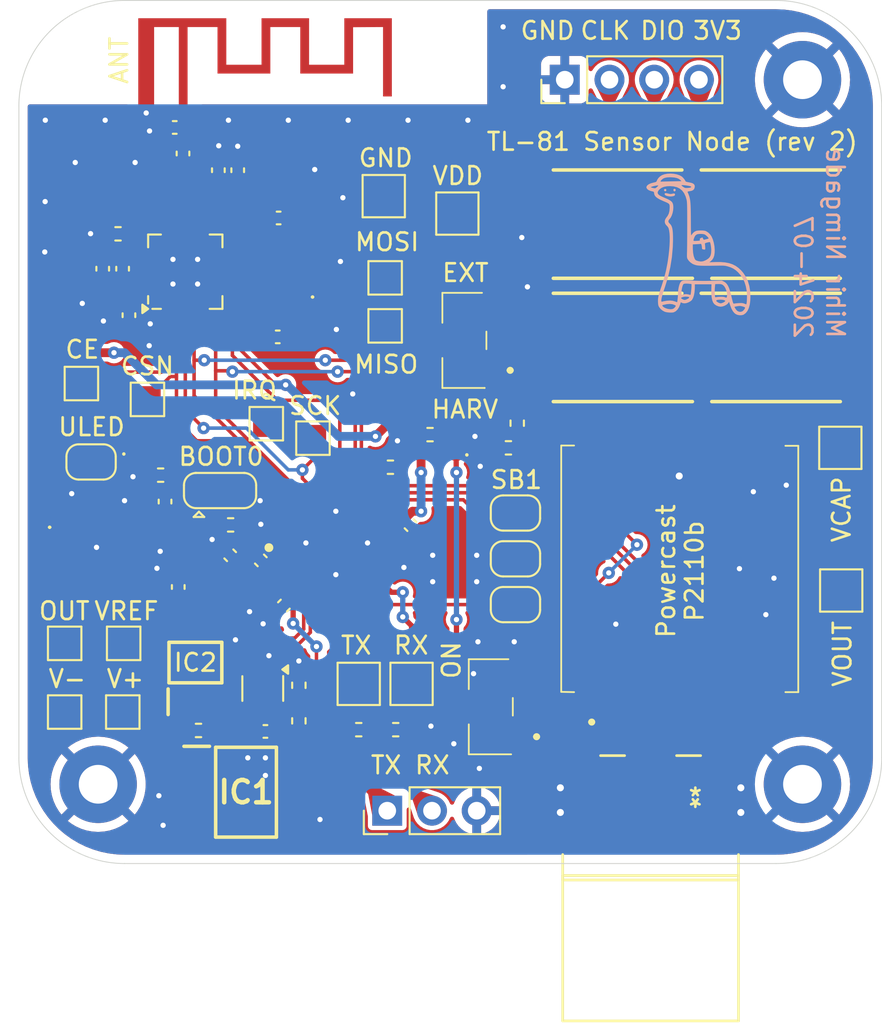
<source format=kicad_pcb>
(kicad_pcb (version 20240108) (generator "pcbnew") (generator_version "8.0")
  (layers (0 "F.Cu" signal) (31 "B.Cu" power) (34 "B.Paste" user) (35 "F.Paste" user) (36 "B.SilkS" user "B.Silkscreen") (37 "F.SilkS" user "F.Silkscreen") (38 "B.Mask" user) (39 "F.Mask" user) (44 "Edge.Cuts" user))
  (net 0 "")
  (net 1 "GND")
  (net 2 "+3.3V")
  (net 3 "/NRST")
  (net 4 "Net-(U2-DVDD)")
  (net 5 "PSENSE_PLUS")
  (net 6 "Net-(U2-XC2)")
  (net 7 "PSENSE_MINUS")
  (net 8 "Net-(D2-K)")
  (net 9 "/BOOT0")
  (net 11 "NRF_CSN")
  (net 15 "USART1_RX")
  (net 18 "Net-(U2-XC1)")
  (net 19 "Net-(C15-Pad1)")
  (net 20 "NRF_IRQ")
  (net 21 "NRF_SCK")
  (net 22 "NRF_MISO")
  (net 23 "Net-(JP5-B)")
  (net 24 "Net-(JP6-B)")
  (net 25 "SWCLK")
  (net 26 "Net-(JP9-B)")
  (net 27 "USART1_TX")
  (net 28 "/NRF_ANT")
  (net 29 "SWDIO")
  (net 30 "NRF_MOSI")
  (net 31 "VDD")
  (net 32 "Net-(U2-VDD_PA)")
  (net 33 "Net-(D1-A)")
  (net 34 "P2110B_RESET")
  (net 35 "P2110B_DOUT")
  (net 36 "P2110B_DSET")
  (net 39 "P2110B_INT")
  (net 41 "POWER_LED_EN")
  (net 42 "/RFIN")
  (net 43 "NRF_CE")
  (net 45 "Net-(D2-A)")
  (net 47 "/USER_LED")
  (net 48 "Net-(J4-Pin_1)")
  (net 49 "Net-(J4-Pin_2)")
  (net 50 "/VSET")
  (net 52 "VCAP")
  (net 53 "/P2110B_VOUT")
  (net 54 "Net-(JP2-C)")
  (net 55 "Net-(U2-ANT1)")
  (net 56 "Net-(U2-ANT2)")
  (net 57 "Net-(U2-IREF)")
  (net 58 "Net-(U4-+)")
  (net 59 "Net-(IC2-RG_2)")
  (net 60 "Net-(IC2-RG_1)")
  (net 62 "PSENSE_OUT")
  (net 63 "PSENSE_VREF")
  (footprint "TestPoint:TestPoint_Pad_2.0x2.0mm" (layer "F.Cu") (at 120.65 121.4)
    (property "Reference" "TP18" (hide yes))
    (property "Value" "~")
  )
  (footprint "Resistor_SMD:R_0402_1005Metric" (layer "F.Cu") (at 89.9 136.9 90)
    (property "Reference" "R11" (hide yes))
    (property "Value" "22k")
  )
  (footprint "Capacitor_SMD:C_0402_1005Metric" (layer "F.Cu") (at 88.7 115.1 180)
    (property "Reference" "C10" (hide yes))
    (property "Value" "10p")
  )
  (footprint "Package_TO_SOT_SMD:SOT-353_SC-70-5" (layer "F.Cu") (at 87.85 135.065 -90)
    (property "Reference" "U4" (hide yes))
    (property "Value" "TLV9001IDCK")
  )
  (footprint "libtpms:P2110B" (layer "F.Cu") (at 111.53 128.269 90)
    (property "Reference" "PS1" (hide yes))
    (property "Value" "P2110B" (hide yes))
  )
  (footprint "Jumper:SolderJumper-2_P1.3mm_Open_RoundedPad1.0x1.5mm" (layer "F.Cu") (at 102.2 130.3)
    (property "Reference" "JP9" (hide yes))
    (property "Value" "DOUT_EN")
  )
  (footprint "TestPoint:TestPoint_Pad_2.0x2.0mm" (layer "F.Cu") (at 94.72 107.11)
    (property "Reference" "TP17" (hide yes))
    (property "Value" "~")
  )
  (footprint "TestPoint:TestPoint_Pad_1.5x1.5mm" (layer "F.Cu") (at 76.6 136.4)
    (property "Reference" "TP11" (hide yes))
    (property "Value" "~")
  )
  (footprint "Resistor_SMD:R_0402_1005Metric" (layer "F.Cu") (at 84.2 137.445 180)
    (property "Reference" "R13" (hide yes))
    (property "Value" "49.9k")
  )
  (footprint "TestPoint:TestPoint_Pad_1.5x1.5mm" (layer "F.Cu") (at 88.05 120.03)
    (property "Reference" "TP1" (hide yes))
    (property "Value" "~")
  )
  (footprint "Capacitor_SMD:C_0402_1005Metric" (layer "F.Cu") (at 96.24 125.79 -45)
    (property "Reference" "C4" (hide yes))
    (property "Value" "100n")
  )
  (footprint "Resistor_SMD:R_0402_1005Metric" (layer "F.Cu") (at 82.05 122.95 180)
    (property "Reference" "R5" (hide yes))
    (property "Value" "470R")
  )
  (footprint "Capacitor_SMD:C_0402_1005Metric" (layer "F.Cu") (at 80.25 113.87 -90)
    (property "Reference" "C9" (hide yes))
    (property "Value" "33n")
  )
  (footprint "Resistor_SMD:R_0402_1005Metric" (layer "F.Cu") (at 89.9 134.88 90)
    (property "Reference" "R14" (hide yes))
    (property "Value" "22k")
  )
  (footprint "libtpms:QFN50P500X500X60-33N-D" (layer "F.Cu") (at 92 126.8 45)
    (property "Reference" "U1" (hide yes))
    (property "Value" "STM32U031K8U6" (hide yes))
  )
  (footprint "Capacitor_SMD:C_0402_1005Metric" (layer "F.Cu") (at 78.76 111.23 90)
    (property "Reference" "C14" (hide yes))
    (property "Value" "10n")
  )
  (footprint "Capacitor_SMD:C_0402_1005Metric" (layer "F.Cu") (at 89.05 130.35 -135)
    (property "Reference" "C2" (hide yes))
    (property "Value" "100n")
  )
  (footprint "Capacitor_SMD:C_0402_1005Metric" (layer "F.Cu") (at 87.74 127.79 135)
    (property "Reference" "C3" (hide yes))
    (property "Value" "100n")
  )
  (footprint "libtpms:TS2134035BK160SMTTR" (layer "F.Cu") (at 78.46 126.91)
    (property "Reference" "S4" (hide yes))
    (property "Value" "Pushbutton switch" (hide yes))
  )
  (footprint "Package_DFN_QFN:QFN-20-1EP_4x4mm_P0.5mm_EP2.5x2.5mm" (layer "F.Cu") (at 83.45 111.4 90)
    (property "Reference" "U2" (hide yes))
    (property "Value" "nRF24L01P")
  )
  (footprint "Capacitor_SMD:C_0402_1005Metric" (layer "F.Cu") (at 88 137.5 180)
    (property "Reference" "C23" (hide yes))
    (property "Value" "100n")
  )
  (footprint "Capacitor_SMD:C_0402_1005Metric" (layer "F.Cu") (at 83.05 129.3 90)
    (property "Reference" "C24" (hide yes))
    (property "Value" "100n")
  )
  (footprint "Jumper:SolderJumper-2_P1.3mm_Open_RoundedPad1.0x1.5mm" (layer "F.Cu") (at 102.2 125.1)
    (property "Reference" "JP5" (hide yes))
    (property "Value" "INT_EN")
  )
  (footprint "Resistor_SMD:R_0402_1005Metric" (layer "F.Cu") (at 86.025 125.775 180)
    (property "Reference" "R1" (hide yes))
    (property "Value" "100k")
  )
  (footprint "TestPoint:TestPoint_Pad_1.5x1.5mm" (layer "F.Cu") (at 81.3 118.65)
    (property "Reference" "TP6" (hide yes))
    (property "Value" "~")
  )
  (footprint "TestPoint:TestPoint_Pad_1.5x1.5mm" (layer "F.Cu") (at 76.6 132.5)
    (property "Reference" "TP9" (hide yes))
    (property "Value" "~")
  )
  (footprint "TestPoint:TestPoint_Pad_1.5x1.5mm" (layer "F.Cu") (at 94.8 114.475)
    (property "Reference" "TP3" (hide yes))
    (property "Value" "~")
  )
  (footprint "LED_SMD:LED_0402_1005Metric" (layer "F.Cu") (at 98.35 121.8 180)
    (property "Reference" "D1" (hide yes))
    (property "Value" "LED")
  )
  (footprint "libtpms:SOP65P490X110-8N" (layer "F.Cu") (at 84.025 133.59 90)
    (property "Reference" "IC2")
    (property "Value" "AD8226ARMZ" (hide yes))
  )
  (footprint "Resistor_SMD:R_0402_1005Metric" (layer "F.Cu") (at 101.8 121.4)
    (property "Reference" "R2" (hide yes))
    (property "Value" "?")
  )
  (footprint "TestPoint:TestPoint_Pad_1.5x1.5mm" (layer "F.Cu") (at 79.95 132.5)
    (property "Reference" "TP12" (hide yes))
    (property "Value" "~")
  )
  (footprint "libtpms:830064296" (layer "F.Cu") (at 88.8275 111.7375 90)
    (property "Reference" "Y1" (hide yes))
    (property "Value" "Crystal_16MHz" (hide yes))
  )
  (footprint "TestPoint:TestPoint_Pad_1.5x1.5mm" (layer "F.Cu") (at 77.55 117.75)
    (property "Reference" "TP5" (hide yes))
    (property "Value" "~")
  )
  (footprint "Resistor_SMD:R_0402_1005Metric" (layer "F.Cu") (at 97.35 120.65)
    (property "Reference" "R4" (hide yes))
    (property "Value" "470R")
  )
  (footprint "libtpms:TI_2G4_Inv_F_Antenna_1" (layer "F.Cu") (at 80.78 97.01)
    (property "Reference" "AE2" (hide yes))
    (property "Value" "PCB Antenna")
  )
  (footprint "Resistor_SMD:R_0402_1005Metric" (layer "F.Cu") (at 79.63 109.25 180)
    (property "Reference" "R8" (hide yes))
    (property "Value" "22k")
  )
  (footprint "Capacitor_SMD:C_0402_1005Metric" (layer "F.Cu") (at 88.75 108.35)
    (property "Reference" "C12" (hide yes))
    (property "Value" "10p")
  )
  (footprint "Inductor_SMD:L_0402_1005Metric" (layer "F.Cu") (at 83.3275 106.6375 90)
    (property "Reference" "L3" (hide yes))
    (property "Value" "3.9nH")
  )
  (footprint "LED_SMD:LED_0402_1005Metric" (layer "F.Cu") (at 81.05 121.75)
    (property "Reference" "D2" (hide yes))
    (property "Value" "LED")
  )
  (footprint "TestPoint:TestPoint_Pad_2.0x2.0mm" (layer "F.Cu") (at 120.7 129.5)
    (property "Reference" "TP16" (hide yes))
    (property "Value" "~")
  )
  (footprint "libtpms:CAPPM7362X375N" (layer "F.Cu") (at 117 115.7)
    (property "Reference" "C8" (hide yes))
    (property "Value" "C_Polarized" (hide yes))
  )
  (footprint "Jumper:SolderJumper-2_P1.3mm_Open_RoundedPad1.0x1.5mm" (layer "F.Cu") (at 102.2 127.7)
    (property "Reference" "JP6" (hide yes))
    (property "Value" "DSET_EN")
  )
  (footprint "Inductor_SMD:L_0402_1005Metric" (layer "F.Cu") (at 84.8275 107.1375)
    (property "Reference" "L2" (hide yes))
    (property "Value" "2.7nH")
  )
  (footprint "Resistor_SMD:R_0402_1005Metric" (layer "F.Cu") (at 102.3 120 -90)
    (property "Reference" "R3" (hide yes))
    (property "Value" "4.3M")
  )
  (footprint "TestPoint:TestPoint_Pad_2.0x2.0mm" (layer "F.Cu") (at 96.3 134.8 -90)
    (property "Reference" "TP14" (hide yes))
    (property "Value" "~")
  )
  (footprint "Capacitor_SMD:C_0402_1005Metric" (layer "F.Cu") (at 86.4275 105.6375 90)
    (property "Reference" "C18" (hide yes))
    (property "Value" "4.7pF")
  )
  (footprint "Connector_PinHeader_2.54mm:PinHeader_1x04_P2.54mm_Vertical" (layer "F.Cu") (at 105 100.5 90)
    (property "Reference" "J2" (hide yes))
    (property "Value" "DEBUG_CONN")
  )
  (footprint "Resistor_SMD:R_0402_1005Metric" (layer "F.Cu") (at 95.1 122.5)
    (property "Reference" "R10" (hide yes))
    (property "Value" "1k")
  )
  (footprint "libtpms:CAPPM7362X375N" (layer "F.Cu") (at 108 115.7 180)
    (property "Reference" "C6" (hide yes))
    (property "Value" "C_Polarized" (hide yes))
  )
  (footprint "Resistor_SMD:R_0402_1005Metric" (layer "F.Cu") (at 93.3 137.4 180)
    (property "Reference" "R6" (hide yes))
    (property "Value" "220R")
  )
  (footprint "libtpms:CAPPM7362X375N" (layer "F.Cu") (at 108 108.7 180)
    (property "Reference" "C5" (hide yes))
    (property "Value" "C_Polarized" (hide yes))
  )
  (footprint "TestPoint:TestPoint_Pad_1.5x1.5mm" (layer "F.Cu") (at 90.7 120.85)
    (property "Reference" "TP2" (hide yes))
    (property "Value" "~")
  )
  (footprint "Capacitor_SMD:C_0402_1005Metric" (layer "F.Cu") (at 85.3275 105.6375 -90)
    (property "Reference" "C17" (hide yes))
    (property "Value" "2.2nF")
  )
  (footprint "Capacitor_SMD:C_0402_1005Metric" (layer "F.Cu") (at 83.32 104.69 90)
    (property "Reference" "C15" (hide yes))
    (property "Value" "1.5pF")
  )
  (footprint "MountingHole:MountingHole_2.2mm_M2_Pad" (layer "F.Cu") (at 118.5 100.5)
    (property "Reference" "H3" (hide yes))
    (property "Value" "MountingHole" (hide yes))
  )
  (footprint "Capacitor_SMD:C_0402_1005Metric" (layer "F.Cu") (at 82.3 124.45 90)
    (property "Reference" "C22" (hide yes))
    (property "Value" "100n")
  )
  (footprint "TestPoint:TestPoint_Pad_1.5x1.5mm" (layer "F.Cu") (at 94.8 111.75)
    (property "Reference" "TP4" (hide yes))
    (property "Value" "~")
  )
  (footprint "MountingHole:MountingHole_2.2mm_M2_Pad" (layer "F.Cu") (at 118.5 140.5)
    (property "Reference" "H4" (hide yes))
    (property "Value" "MountingHole" (hide yes))
  )
  (footprint "libtpms:CONN_73251-1150_MOL" (layer "F.Cu") (at 109.875 142.404 180)
    (property "Reference" "J3" (hide yes))
    (property "Value" "SMA EDGE CONN")
  )
  (footprint "libtpms:CAPPM7362X375N" (layer "F.Cu") (at 117 108.7)
    (property "Reference" "C1" (hide yes))
    (property "Value" "C_Polarized" (hide yes))
  )
  (footprint "Capacitor_SMD:C_0402_1005Metric" (layer "F.Cu") (at 86 127.5 135)
    (property "Reference" "C7" (hide yes))
    (property "Value" "10u")
  )
  (footprint "Jumper:SolderJumper-3_P1.3mm_Open_RoundedPad1.0x1.5mm" (layer "F.Cu") (at 85.425 123.825)
    (property "Reference" "JP2" (hide yes))
    (property "Value" "BOOT_SEL")
  )
  (footprint "TestPoint:TestPoint_Pad_1.5x1.5mm" (layer "F.Cu") (at 79.9 136.4)
    (property "Reference" "TP10" (hide yes))
    (property "Value" "~")
  )
  (footprint "Connector_PinHeader_2.54mm:PinHeader_1x03_P2.54mm_Vertical" (layer "F.Cu") (at 94.92 142 90)
    (property "Reference" "J4" (hide yes))
    (property "Value" "UART_CONN")
  )
  (footprint "Capacitor_SMD:C_0402_1005Metric" (layer "F.Cu") (at 79.89 111.23 90)
    (property "Reference" "C13" (hide yes))
    (property "Value" "1n")
  )
  (footprint "TestPoint:TestPoint_Pad_2.0x2.0mm" (layer "F.Cu") (at 93.3 134.8 -90)
    (property "Reference" "TP13" (hide yes))
    (property "Value" "~")
  )
  (footprint "libtpms:CAS120A1" (layer "F.Cu") (at 100.8 136.1 90)
    (property "Reference" "S1" (hide yes))
    (property "Value" "CAS-120A1" (hide yes))
  )
  (footprint "MountingHole:MountingHole_2.2mm_M2_Pad" (layer "F.Cu") (at 78.5 140.5)
    (property "Reference" "H2" (hide yes))
    (property "Value" "MountingHole" (hide yes))
  )
  (footprint "TestPoint:TestPoint_Pad_2.0x2.0mm" (layer "F.Cu") (at 98.9 108.1)
    (property "Reference" "TP15" (hide yes))
    (property "Value" "~")
  )
  (footprint "libtpms:SOIC127P610X280-8N" (layer "F.Cu") (at 86.9 140.95)
    (property "Reference" "IC1")
    (property "Value" "NPP-301A-700AT" (hide yes))
  )
  (footprint "libtpms:CAS120A1" (layer "F.Cu") (at 99.3 115.3 90)
    (property "Reference" "S5" (hide yes))
    (property "Value" "CAS-120A1" (hide yes))
  )
  (footprint "Inductor_SMD:L_0402_1005Metric" (layer "F.Cu") (at 83.8275 108.19)
    (property "Reference" "L1" (hide yes))
    (property "Value" "8.2nH")
  )
  (footprint "Capacitor_SMD:C_0402_1005Metric" (layer "F.Cu") (at 82.85 103.21 180)
    (property "Reference" "C16" (hide yes))
    (property "Value" "1.0pF")
  )
  (footprint "Jumper:SolderJumper-2_P1.3mm_Open_RoundedPad1.0x1.5mm" (layer "F.Cu") (at 78.1 122.2)
    (property "Reference" "JP1" (hide yes))
    (property "Value" "USER_LED_EN")
  )
  (footprint "Resistor_SMD:R_0402_1005Metric" (layer "F.Cu") (at 95.4 137.4 180)
    (property "Reference" "R7" (hide yes))
    (property "Value" "220R")
  )
  (footprint "LOGO" (layer "B.Cu") (at 112.6 109.85 180)
    (property "Reference" "G***" (hide yes))
    (property "Value" "LOGO" (hide yes))
  )
  (gr_arc (start 117 96) (mid 121.242641 97.757359) (end 123 102) (stroke (width 0.05)) (layer "Edge.Cuts"))
  (gr_arc (start 122.999999 138.999999) (mid 121.24264 143.24264) (end 116.999999 144.999999) (stroke (width 0.05)) (layer "Edge.Cuts"))
  (gr_line (start 116.999999 144.999999) (end 80 145) (stroke (width 0.05)) (layer "Edge.Cuts"))
  (gr_line (start 117 96) (end 80.000001 96.000001) (stroke (width 0.05)) (layer "Edge.Cuts"))
  (gr_line (start 123 102) (end 122.999999 138.999999) (stroke (width 0.05)) (layer "Edge.Cuts"))
  (gr_line (start 74 138.999999) (end 74 102.000001) (stroke (width 0.05)) (layer "Edge.Cuts"))
  (gr_arc (start 80.000001 144.999999) (mid 75.75736 143.24264) (end 74.000001 138.999999) (stroke (width 0.05)) (layer "Edge.Cuts"))
  (gr_arc (start 74.000001 102.000001) (mid 75.75736 97.75736) (end 80.000001 96.000001) (stroke (width 0.05)) (layer "Edge.Cuts"))
  (gr_text "2024-07" (at 117.9365 115.269522 -90) (layer "B.SilkS") (effects (font (size 1 1) (thickness 0.15) (bold yes)) (justify left bottom mirror)))
  (gr_text "Mihir Nimgade" (at 119.7765 115.269522 -90) (layer "B.SilkS") (effects (font (size 1 1) (thickness 0.15) (bold yes)) (justify left bottom mirror)))
  (gr_text "MOSI" (at 93 110.3 0) (layer "F.SilkS") (effects (font (size 1 1)) (justify left bottom)))
  (gr_text "TX" (at 93.9 140 0) (layer "F.SilkS") (effects (font (size 1 1)) (justify left bottom)))
  (gr_text "RX" (at 95.2 133.2 0) (layer "F.SilkS") (effects (font (size 1 1) (thickness 0.15) (bold yes)) (justify left bottom)))
  (gr_text "DIO" (at 109.2 98.3 0) (layer "F.SilkS") (effects (font (size 1 1) (thickness 0.15) (bold yes)) (justify left bottom)))
  (gr_text "SCK" (at 89.25 119.6 0) (layer "F.SilkS") (effects (font (size 1 1) (thickness 0.15) (bold yes)) (justify left bottom)))
  (gr_text "V-" (at 75.6 135.1 0) (layer "F.SilkS") (effects (font (size 1 1) (thickness 0.15) (bold yes)) (justify left bottom)))
  (gr_text "VOUT" (at 121.35 135.05 90) (layer "F.SilkS") (effects (font (size 1 1) (thickness 0.15) (bold yes)) (justify left bottom)))
  (gr_text "TX" (at 92.2 133.2 0) (layer "F.SilkS") (effects (font (size 1 1) (thickness 0.15) (bold yes)) (justify left bottom)))
  (gr_text "3V3" (at 112.2 98.3 0) (layer "F.SilkS") (effects (font (size 1 1) (thickness 0.15) (bold yes)) (justify left bottom)))
  (gr_text "EXT" (at 97.95 112.05 0) (layer "F.SilkS") (effects (font (size 1 1)) (justify left bottom)))
  (gr_text "RX" (at 96.4 140 0) (layer "F.SilkS") (effects (font (size 1 1)) (justify left bottom)))
  (gr_text "VCAP" (at 121.3 126.85 90) (layer "F.SilkS") (effects (font (size 1 1) (thickness 0.15) (bold yes)) (justify left bottom)))
  (gr_text "CSN" (at 79.7 117.35 0) (layer "F.SilkS") (effects (font (size 1 1) (thickness 0.15) (bold yes)) (justify left bottom)))
  (gr_text "ON" (at 99.15 134.6 90) (layer "F.SilkS") (effects (font (size 1 1)) (justify left bottom)))
  (gr_text "OUT" (at 75.05 131.25 0) (layer "F.SilkS") (effects (font (size 1 1) (thickness 0.15) (bold yes)) (justify left bottom)))
  (gr_text "CE" (at 76.55 116.4 0) (layer "F.SilkS") (effects (font (size 1 1) (thickness 0.15) (bold yes)) (justify left bottom)))
  (gr_text "IRQ" (at 86.02 118.72 0) (layer "F.SilkS") (effects (font (size 1 1) (thickness 0.15) (bold yes)) (justify left bottom)))
  (gr_text "GND" (at 93.21 105.53 0) (layer "F.SilkS") (effects (font (size 1 1)) (justify left bottom)))
  (gr_text "ULED" (at 76.15 120.8 0) (layer "F.SilkS") (effects (font (size 1 1)) (justify left bottom)))
  (gr_text "CLK" (at 105.8 98.3 0) (layer "F.SilkS") (effects (font (size 1 1) (thickness 0.15) (bold yes)) (justify left bottom)))
  (gr_text "MISO" (at 92.95 117.25 0) (layer "F.SilkS") (effects (font (size 1 1)) (justify left bottom)))
  (gr_text "V+" (at 78.9 135.1 0) (layer "F.SilkS") (effects (font (size 1 1) (thickness 0.15) (bold yes)) (justify left bottom)))
  (gr_text "TL-81 Sensor Node (rev 2)" (at 111.1 104.6 0) (layer "F.SilkS") (effects (font (size 1 1) (thickness 0.15) (bold yes)) (justify bottom)))
  (gr_text "SB1" (at 100.7 123.8 0) (layer "F.SilkS") (effects (font (size 1 1) (thickness 0.15) (bold yes)) (justify left bottom)))
  (gr_text "BOOT0" (at 82.98 122.48 0) (layer "F.SilkS") (effects (font (size 1 1) (thickness 0.15) (bold yes)) (justify left bottom)))
  (gr_text "VREF" (at 78.2 131.25 0) (layer "F.SilkS") (effects (font (size 1 1) (thickness 0.15) (bold yes)) (justify left bottom)))
  (gr_text "Powercast\nP2110b" (at 112.95 128.4 90) (layer "F.SilkS") (effects (font (size 1 1) (thickness 0.15) (bold yes)) (justify bottom)))
  (gr_text "ANT" (at 80.275 100.825 90) (layer "F.SilkS") (effects (font (size 1 1)) (justify left bottom)))
  (gr_text "VDD" (at 97.4 106.54 0) (layer "F.SilkS") (effects (font (size 1 1)) (justify left bottom)))
  (gr_text "GND" (at 102.4 98.3 0) (layer "F.SilkS") (effects (font (size 1 1) (thickness 0.15) (bold yes)) (justify left bottom)))
  (gr_text "HARV" (at 97.35 119.8 0) (layer "F.SilkS") (effects (font (size 1 1)) (justify left bottom)))
  (segment (start 89.9 134.37) (end 89.9 133.5) (width 0.5) (layer "F.Cu") (net 1))
  (segment (start 85.3275 105.1575) (end 85.3275 104.2725) (width 0.2) (layer "F.Cu") (net 1))
  (segment (start 86.725 123.825) (end 87.125 123.825) (width 0.5) (layer "F.Cu") (net 1))
  (segment (start 87.975 125.975) (end 88.700127 125.975) (width 0.2) (layer "F.Cu") (net 1))
  (segment (start 87.85 133.55) (end 88.2 133.2) (width 0.2) (layer "F.Cu") (net 1))
  (segment (start 90.745 142.855) (end 89.7 142.855) (width 0.5) (layer "F.Cu") (net 1))
  (segment (start 82.95 109.4625) (end 82.95 110.95) (width 0.2) (layer "F.Cu") (net 1))
  (segment (start 82.6 112.4) (end 83 112) (width 0.2) (layer "F.Cu") (net 1))
  (segment (start 85.10288 126.60288) (end 85.660589 127.160589) (width 0.5) (layer "F.Cu") (net 1))
  (segment (start 86.3 132.3) (end 85.365 131.365) (width 0.3) (layer "F.Cu") (net 1))
  (segment (start 86.4275 105.1575) (end 86.4275 104.2775) (width 0.2) (layer "F.Cu") (net 1))
  (segment (start 87.125 123.825) (end 87.7 124.4) (width 0.5) (layer "F.Cu") (net 1))
  (segment (start 85.3275 104.2725) (end 85.35 104.25) (width 0.2) (layer "F.Cu") (net 1))
  (segment (start 87.85 134.115) (end 87.85 133.55) (width 0.2) (layer "F.Cu") (net 1))
  (segment (start 81.42 103.41) (end 81.77 103.06) (width 0.2) (layer "F.Cu") (net 1))
  (segment (start 78.07 110.13) (end 78.07 109.24) (width 0.5) (layer "F.Cu") (net 1))
  (segment (start 111.5 121.314) (end 111.5 123) (width 0.5) (layer "F.Cu") (net 1))
  (segment (start 82.95 110.95) (end 83 111) (width 0.2) (layer "F.Cu") (net 1))
  (segment (start 81.46 112.4525) (end 81.5125 112.4) (width 0.3) (layer "F.Cu") (net 1))
  (segment (start 81.5125 112.4) (end 82.6 112.4) (width 0.2) (layer "F.Cu") (net 1))
  (segment (start 88.700127 125.975) (end 89.030152 126.305025) (width 0.2) (layer "F.Cu") (net 1))
  (segment (start 81.77 103.06) (end 82.22 103.06) (width 0.2) (layer "F.Cu") (net 1))
  (segment (start 78.76 110.75) (end 78.69 110.75) (width 0.5) (layer "F.Cu") (net 1))
  (segment (start 84.97212 126.60288) (end 85.10288 126.60288) (width 0.2) (layer "F.Cu") (net 1))
  (segment (start 81.46 114.36) (end 81.46 112.4525) (width 0.3) (layer "F.Cu") (net 1))
  (segment (start 83.45 111.4) (end 85.3875 111.4) (width 0.2) (layer "F.Cu") (net 1))
  (segment (start 91.1 142.5) (end 90.745 142.855) (width 0.5) (layer "F.Cu") (net 1))
  (segment (start 81.5125 110.9) (end 82.9 110.9) (width 0.2) (layer "F.Cu") (net 1))
  (segment (start 78.69 110.75) (end 78.07 110.13) (width 0.5) (layer "F.Cu") (net 1))
  (segment (start 85.365 131.365) (end 85 131.365) (width 0.3) (layer "F.Cu") (net 1))
  (segment (start 82.9 110.9) (end 83 111) (width 0.2) (layer "F.Cu") (net 1))
  (segment (start 95.864873 128.19) (end 94.969848 127.294975) (width 0.2) (layer "F.Cu") (net 1))
  (segment (start 111.53 121.284) (end 111.5 121.314) (width 0.5) (layer "F.Cu") (net 1))
  (segment (start 87.74 125.74) (end 87.975 125.975) (width 0.2) (layer "F.Cu") (net 1))
  (segment (start 82.22 103.06) (end 82.37 103.21) (width 0.2) (layer "F.Cu") (net 1))
  (via (at 86.3 132.3) (size 0.7) (drill 0.3) (layers "F.Cu" "B.Cu") (net 1))
  (via (at 92.4 107.2) (size 0.7) (drill 0.3) (layers "F.Cu" "B.Cu") (net 1))
  (via (at 82.75 110.7) (size 0.7) (drill 0.3) (layers "F.Cu" "B.Cu") (net 1))
  (via (at 80.6 105.2) (size 0.7) (drill 0.3) (layers "F.Cu" "B.Cu") (net 1))
  (via (at 85.35 104.25) (size 0.7) (drill 0.3) (layers "F.Cu" "B.Cu") (net 1))
  (via (at 97.4 137.2) (size 0.7) (drill 0.3) (layers "F.Cu" "B.Cu") (net 1))
  (via (at 82.19 142.83) (size 0.7) (drill 0.3) (layers "F.Cu" "B.Cu") (net 1))
  (via (at 89.3 102.8) (size 0.7) (drill 0.3) (layers "F.Cu" "B.Cu") (net 1))
  (via (at 116.88 128.8) (size 0.7) (drill 0.3) (layers "F.Cu" "B.Cu") (net 1))
  (via (at 80 124.4) (size 0.7) (drill 0.3) (layers "F.Cu" "B.Cu") (net 1))
  (via (at 84.15 112.1) (size 0.7) (drill 0.3) (layers "F.Cu" "B.Cu") (net 1))
  (via (at 87.1 130.7) (size 0.7) (drill 0.3) (layers "F.Cu" "B.Cu") (net 1))
  (via (at 88.2 133.2) (size 0.7) (drill 0.3) (layers "F.Cu" "B.Cu") (net 1))
  (via (at 100.07 132.41) (size 0.7) (drill 0.3) (layers "F.Cu" "B.Cu") (net 1))
  (via (at 117.58 123.52) (size 0.7) (drill 0.3) (layers "F.Cu" "B.Cu") (net 1))
  (via (at 100.15 139.6) (size 0.7) (drill 0.3) (layers "F.Cu" "B.Cu") (net 1))
  (via (at 88 140) (size 0.7) (drill 0.3) (layers "F.Cu" "B.Cu") (net 1))
  (via (at 98.7 138.2) (size 0.7) (drill 0.3) (layers "F.Cu" "B.Cu") (net 1))
  (via (at 81.4 115.6) (size 0.7) (drill 0.3) (layers "F.Cu" "B.Cu") (net 1))
  (via (at 102.88 112.26) (size 0.7) (drill 0.3) (layers "F.Cu" "B.Cu") (net 1))
  (via (at 78.9 102.8) (size 0.7) (drill 0.3) (layers "F.Cu" "B.Cu") (net 1))
  (via (at 81.46 114.36) (size 0.7) (drill 0.3) (layers "F.Cu" "B.Cu") (net 1))
  (via (at 81.95 141.15) (size 0.7) (drill 0.3) (layers "F.Cu" "B.Cu") (net 1))
  (via (at 92.26 110.82) (size 0.7) (drill 0.3) (layers "F.Cu" "B.Cu") (net 1))
  (via (at 84.15 110.7) (size 0.7) (drill 0.3) (layers "F.Cu" "B.Cu") (net 1))
  (via (at 104.75 140.7) (size 0.9) (drill 0.4) (layers "F.Cu" "B.Cu") (net 1))
  (via (at 115.71 123.89) (size 0.7) (drill 0.3) (layers "F.Cu" "B.Cu") (net 1))
  (via (at 85.9 102.8) (size 0.7) (drill 0.3) (layers "F.Cu" "B.Cu") (net 1))
  (via (at 78.41 127.05) (size 0.7) (drill 0.3) (layers "F.Cu" "B.Cu") (net 1))
  (via (at 77 124) (size 0.7) (drill 0.3) (layers "F.Cu" "B.Cu") (net 1))
  (via (at 75.49 107.42) (size 0.7) (drill 0.3) (layers "F.Cu" "B.Cu") (net 1))
  (via (at 81.42 103.41) (size 0.7) (drill 0.3) (layers "F.Cu" "B.Cu") (net 1))
  (via (at 84.97212 126.60288) (size 0.7) (drill 0.3) (layers "F.Cu" "B.Cu") (net 1))
  (via (at 87.74 125.74) (size 0.7) (drill 0.3) (layers "F.Cu" "B.Cu") (net 1))
  (via (at 93.8 126.8) (size 0.7) (drill 0.3) (layers "F.Cu" "B.Cu") (net 1))
  (via (at 95.5 121) (size 0.7) (drill 0.3) (layers "F.Cu" "B.Cu") (net 1))
  (via (at 80.48 123.04) (size 0.7) (drill 0.3) (layers "F.Cu" "B.Cu") (net 1))
  (via (at 92 128.6) (size 0.7) (drill 0.3) (layers "F.Cu" "B.Cu") (net 1))
  (via (at 90.3 126.8) (size 0.7) (drill 0.3) (layers "F.Cu" "B.Cu") (net 1))
  (via (at 92.03 114.68) (size 0.7) (drill 0.3) (layers "F.Cu" "B.Cu") (net 1))
  (via (at 87.87 131.39) (size 0.7) (drill 0.3) (layers "F.Cu" "B.Cu") (net 1))
  (via (at 88 139) (size 0.7) (drill 0.3) (layers "F.Cu" "B.Cu") (net 1))
  (via (at 82.025 127.275) (size 0.7) (drill 0.3) (layers "F.Cu" "B.Cu") (net 1))
  (via (at 104.75 142.1) (size 0.9) (drill 0.4) (layers "F.Cu" "B.Cu") (net 1))
  (via (at 92.7 102.8) (size 0.7) (drill 0.3) (layers "F.Cu" "B.Cu") (net 1))
  (via (at 100 129) (size 0.7) (drill 0.3) (layers "F.Cu" "B.Cu") (net 1))
  (via (at 116.42 130.87) (size 0.7) (drill 0.3) (layers "F.Cu" "B.Cu") (net 1))
  (via (at 115 142.1) (size 0.9) (drill 0.4) (layers "F.Cu" "B.Cu") (net 1))
  (via (at 99.9 120.75) (size 0.7) (drill 0.3) (layers "F.Cu" "B.Cu") (net 1))
  (via (at 96.1 102.8) (size 0.7) (drill 0.3) (layers "F.Cu" "B.Cu") (net 1))
  (via (at 77.2 105.2) (size 0.7) (drill 0.3) (layers "F.Cu" "B.Cu") (net 1))
  (via (at 99.82 134.22) (size 0.7) (drill 0.3) (layers "F.Cu" "B.Cu") (net 1))
  (via (at 102.56 109.46) (size 0.7) (drill 0.3) (layers "F.Cu" "B.Cu") (net 1))
  (via (at 95.864873 128.19) (size 0.7) (drill 0.3) (layers "F.Cu" "B.Cu") (net 1))
  (via (at 111.5 123) (size 0.9) (drill 0.4) (layers "F.Cu" "B.Cu") (net 1))
  (via (at 92.96 118.34) (size 0.7) (drill 0.3) (layers "F.Cu" "B.Cu") (net 1))
  (via (at 91.1 142.5) (size 0.7) (drill 0.3) (layers "F.Cu" "B.Cu") (net 1))
  (via (at 90.8 105.6) (size 0.7) (drill 0.3) (layers "F.Cu" "B.Cu") (net 1))
  (via (at 100.2 122.45) (size 0.7) (drill 0.3) (layers "F.Cu" "B.Cu") (net 1))
  (via (at 82.75 112.1) (size 0.7) (drill 0.3) (layers "F.Cu" "B.Cu") (net 1))
  (via (at 81.84 128.24) (size 0.7) (drill 0.3) (layers "F.Cu" "B.Cu") (net 1))
  (via (at 97.5 127.5) (size 0.7) (drill 0.3) (layers "F.Cu" "B.Cu") (net 1))
  (via (at 100 127.5) (size 0.7) (drill 0.3) (layers "F.Cu" "B.Cu") (net 1))
  (via (at 78.8 114.2) (size 0.7) (drill 0.3) (layers "F.Cu" "B.Cu") (net 1))
  (via (at 75.47 110.28) (size 0.7) (drill 0.3) (layers "F.Cu" "B.Cu") (net 1))
  (via (at 86.4275 104.2775) (size 0.7) (drill 0.3) (layers "F.Cu" "B.Cu") (net 1))
  (via (at 102.13 132.41) (size 0.7) (drill 0.3) (layers "F.Cu" "B.Cu") (net 1))
  (via (at 107.9 131.41) (size 0.7) (drill 0.3) (layers "F.Cu" "B.Cu") (net 1))
  (via (at 87.7 124.4) (size 0.7) (drill 0.3) (layers "F.Cu" "B.Cu") (net 1))
  (via (at 87 139) (size 0.7) (drill 0.3) (layers "F.Cu" "B.Cu") (net 1))
  (via (at 81.23 102.39) (size 0.7) (drill 0.3) (layers "F.Cu" "B.Cu") (net 1))
  (via (at 92 125) (size 0.7) (drill 0.3) (layers "F.Cu" "B.Cu") (net 1))
  (via (at 115 140.7) (size 0.9) (drill 0.4) (layers "F.Cu" "B.Cu") (net 1))
  (via (at 78.07 109.24) (size 0.7) (drill 0.3) (layers "F.Cu" "B.Cu") (net 1))
  (via (at 89.9 133.5) (size 0.7) (drill 0.3) (layers "F.Cu" "B.Cu") (net 1))
  (via (at 101.5 97.5) (size 0.7) (drill 0.3) (layers "F.Cu" "B.Cu") (net 1))
  (via (at 101.5 100.9) (size 0.7) (drill 0.3) (layers "F.Cu" "B.Cu") (net 1))
  (via (at 99.5 102.8) (size 0.7) (drill 0.3) (layers "F.Cu" "B.Cu") (net 1))
  (via (at 114.92 128.26) (size 0.7) (drill 0.3) (layers "F.Cu" "B.Cu") (net 1))
  (via (at 77.6 113.2) (size 0.7) (drill 0.3) (layers "F.Cu" "B.Cu") (net 1))
  (via (at 75.5 102.8) (size 0.7) (drill 0.3) (layers "F.Cu" "B.Cu") (net 1))
  (via (at 97.5 129) (size 0.7) (drill 0.3) (layers "F.Cu" "B.Cu") (net 1))
  (segment (start 112.62 100.5) (end 112.62 102.68) (width 0.5) (layer "F.Cu") (net 2))
  (segment (start 112.62 102.68) (end 110.4 104.9) (width 0.5) (layer "F.Cu") (net 2))
  (segment (start 101.1 112.9) (end 100.45 113.55) (width 0.5) (layer "F.Cu") (net 2))
  (segment (start 110.4 104.9) (end 103.1 104.9) (width 0.5) (layer "F.Cu") (net 2))
  (segment (start 101.1 106.9) (end 101.1 112.9) (width 0.5) (layer "F.Cu") (net 2))
  (segment (start 103.1 104.9) (end 101.1 106.9) (width 0.5) (layer "F.Cu") (net 2))
  (segment (start 90.090812 128.355635) (end 89.046447 129.4) (width 0.2) (layer "F.Cu") (net 3))
  (segment (start 82.3 126.055686) (end 82.3 124.93) (width 0.2) (layer "F.Cu") (net 3))
  (segment (start 85.636396 129.4) (end 84.626396 128.39) (width 0.2) (layer "F.Cu") (net 3))
  (segment (start 84.626396 128.39) (end 84.626396 128.382082) (width 0.2) (layer "F.Cu") (net 3))
  (segment (start 89.046447 129.4) (end 85.636396 129.4) (width 0.2) (layer "F.Cu") (net 3))
  (segment (start 76.835 125.91) (end 80.085 125.91) (width 0.2) (layer "F.Cu") (net 3))
  (segment (start 81.065 124.93) (end 82.3 124.93) (width 0.2) (layer "F.Cu") (net 3))
  (segment (start 80.085 125.91) (end 81.065 124.93) (width 0.2) (layer "F.Cu") (net 3))
  (segment (start 84.626396 128.382082) (end 82.3 126.055686) (width 0.2) (layer "F.Cu") (net 3))
  (segment (start 81.5125 111.9) (end 80.98 111.9) (width 0.2) (layer "F.Cu") (net 4))
  (segment (start 80.98 111.9) (end 80.25 112.63) (width 0.2) (layer "F.Cu") (net 4))
  (segment (start 80.25 112.63) (end 80.25 113.39) (width 0.2) (layer "F.Cu") (net 4))
  (segment (start 92 133.15) (end 92 142.8) (width 0.2) (layer "F.Cu") (net 5))
  (segment (start 93.55 130.117767) (end 93.55 131.6) (width 0.2) (layer "F.Cu") (net 5))
  (segment (start 93.55 131.6) (end 92 133.15) (width 0.2) (layer "F.Cu") (net 5))
  (segment (start 92.848528 129.416295) (end 93.55 130.117767) (width 0.2) (layer "F.Cu") (net 5))
  (segment (start 82.3 137.8) (end 82.3 139.44) (width 0.2) (layer "F.Cu") (net 5))
  (segment (start 83.05 135.815) (end 83.05 137.05) (width 0.2) (layer "F.Cu") (net 5))
  (segment (start 79.9 136.4) (end 81.87 136.4) (width 0.2) (layer "F.Cu") (net 5))
  (segment (start 85.515 140.315) (end 84.1 140.315) (width 0.2) (layer "F.Cu") (net 5))
  (segment (start 81.87 136.4) (end 82.3 136.83) (width 0.2) (layer "F.Cu") (net 5))
  (segment (start 82.3 139.44) (end 83.175 140.315) (width 0.2) (layer "F.Cu") (net 5))
  (segment (start 91.295 143.505) (end 88.705 143.505) (width 0.2) (layer "F.Cu") (net 5))
  (segment (start 88.705 143.505) (end 85.515 140.315) (width 0.2) (layer "F.Cu") (net 5))
  (segment (start 92 142.8) (end 91.295 143.505) (width 0.2) (layer "F.Cu") (net 5))
  (segment (start 83.05 137.05) (end 82.3 137.8) (width 0.2) (layer "F.Cu") (net 5))
  (segment (start 82.3 136.83) (end 82.3 137.8) (width 0.2) (layer "F.Cu") (net 5))
  (segment (start 83.175 140.315) (end 84.1 140.315) (width 0.2) (layer "F.Cu") (net 5))
  (segment (start 89.625 114.655) (end 89.625 112.84) (width 0.3) (layer "F.Cu") (net 6))
  (segment (start 89.18 115.1) (end 89.625 114.655) (width 0.3) (layer "F.Cu") (net 6))
  (segment (start 89.625 112.84) (end 89.6275 112.8375) (width 0.2) (layer "F.Cu") (net 6))
  (segment (start 88.69 111.775) (end 86.689386 111.775) (width 0.2) (layer "F.Cu") (net 6))
  (segment (start 85.814386 110.9) (end 85.3875 110.9) (width 0.2) (layer "F.Cu") (net 6))
  (segment (start 89.6275 112.8375) (end 89.6275 112.7125) (width 0.2) (layer "F.Cu") (net 6))
  (segment (start 86.689386 111.775) (end 85.814386 110.9) (width 0.2) (layer "F.Cu") (net 6))
  (segment (start 89.6275 112.7125) (end 88.69 111.775) (width 0.2) (layer "F.Cu") (net 6))
  (segment (start 86 139.6) (end 86 136.815) (width 0.2) (layer "F.Cu") (net 7))
  (segment (start 90.415 141.585) (end 91.6 140.4) (width 0.2) (layer "F.Cu") (net 7))
  (segment (start 85 134.79) (end 85 135.815) (width 0.2) (layer "F.Cu") (net 7))
  (segment (start 89.7 141.585) (end 87.985 141.585) (width 0.2) (layer "F.Cu") (net 7))
  (segment (start 84.61 134.4) (end 85 134.79) (width 0.2) (layer "F.Cu") (net 7))
  (segment (start 86 136.815) (end 85 135.815) (width 0.2) (layer "F.Cu") (net 7))
  (segment (start 76.6 136.4) (end 76.6 135.45) (width 0.2) (layer "F.Cu") (net 7))
  (segment (start 76.6 135.45) (end 77.65 134.4) (width 0.2) (layer "F.Cu") (net 7))
  (segment (start 77.65 134.4) (end 84.61 134.4) (width 0.2) (layer "F.Cu") (net 7))
  (segment (start 87.985 141.585) (end 86 139.6) (width 0.2) (layer "F.Cu") (net 7))
  (segment (start 93.15 130.424873) (end 92.494975 129.769848) (width 0.2) (layer "F.Cu") (net 7))
  (segment (start 89.7 141.585) (end 90.415 141.585) (width 0.2) (layer "F.Cu") (net 7))
  (segment (start 91.6 132.984314) (end 93.15 131.434314) (width 0.2) (layer "F.Cu") (net 7))
  (segment (start 91.6 140.4) (end 91.6 132.984314) (width 0.2) (layer "F.Cu") (net 7))
  (segment (start 93.15 131.434314) (end 93.15 130.424873) (width 0.2) (layer "F.Cu") (net 7))
  (segment (start 78.75 122.2) (end 80.115 122.2) (width 0.2) (layer "F.Cu") (net 8))
  (segment (start 80.115 122.2) (end 80.565 121.75) (width 0.2) (layer "F.Cu") (net 8))
  (segment (start 87.26 125.05) (end 88.482233 125.05) (width 0.2) (layer "F.Cu") (net 9))
  (segment (start 86.535 125.775) (end 87.26 125.05) (width 0.2) (layer "F.Cu") (net 9))
  (segment (start 88.482233 125.05) (end 89.383705 125.951472) (width 0.2) (layer "F.Cu") (net 9))
  (segment (start 84.1 121) (end 85.940686 121) (width 0.2) (layer "F.Cu") (net 11))
  (segment (start 82.6 117.35) (end 81.3 118.65) (width 0.2) (layer "F.Cu") (net 11))
  (segment (start 89 124.153553) (end 90.090812 125.244365) (width 0.2) (layer "F.Cu") (net 11))
  (segment (start 82.95 119.85) (end 84.1 121) (width 0.2) (layer "F.Cu") (net 11))
  (segment (start 82.95 113.3375) (end 82.95 117.35) (width 0.2) (layer "F.Cu") (net 11))
  (segment (start 89 124.059314) (end 89 124.153553) (width 0.2) (layer "F.Cu") (net 11))
  (segment (start 85.940686 121) (end 89 124.059314) (width 0.2) (layer "F.Cu") (net 11))
  (segment (start 82.95 117.35) (end 82.6 117.35) (width 0.2) (layer "F.Cu") (net 11))
  (segment (start 82.95 117.35) (end 82.95 119.85) (width 0.2) (layer "F.Cu") (net 11))
  (segment (start 95.8 129.6) (end 95.153553 129.6) (width 0.3) (layer "F.Cu") (net 15))
  (segment (start 96.3 131.5) (end 96.3 134.8) (width 0.3) (layer "F.Cu") (net 15))
  (segment (start 94.89 137.4) (end 94.89 137.01) (width 0.3) (layer "F.Cu") (net 15))
  (segment (start 94.89 137.01) (end 96.3 135.6) (width 0.3) (layer "F.Cu") (net 15))
  (segment (start 96.3 135.6) (end 96.3 134.8) (width 0.3) (layer "F.Cu") (net 15))
  (segment (start 95.153553 129.6) (end 93.909188 128.355635) (width 0.3) (layer "F.Cu") (net 15))
  (segment (start 95.8 131) (end 96.3 131.5) (width 0.3) (layer "F.Cu") (net 15))
  (via (at 95.8 129.6) (size 0.7) (drill 0.3) (layers "F.Cu" "B.Cu") (net 15))
  (via (at 95.8 131) (size 0.7) (drill 0.3) (layers "F.Cu" "B.Cu") (net 15))
  (segment (start 95.8 131) (end 95.8 129.6) (width 0.3) (layer "B.Cu") (net 15))
  (segment (start 88.0275 110.6375) (end 87.79 110.4) (width 0.2) (layer "F.Cu") (net 18))
  (segment (start 88.025 108.595) (end 88.025 110.635) (width 0.3) (layer "F.Cu") (net 18))
  (segment (start 88.27 108.35) (end 88.025 108.595) (width 0.3) (layer "F.Cu") (net 18))
  (segment (start 88.025 110.635) (end 88.0275 110.6375) (width 0.3) (layer "F.Cu") (net 18))
  (segment (start 87.79 110.4) (end 85.3875 110.4) (width 0.2) (layer "F.Cu") (net 18))
  (segment (start 83.3275 105.1775) (end 83.32 105.17) (width 0.5) (layer "F.Cu") (net 19))
  (segment (start 83.3275 106.1525) (end 83.3275 105.1775) (width 0.5) (layer "F.Cu") (net 19))
  (segment (start 86.125 112.6) (end 86.125 116.155761) (width 0.2) (layer "F.Cu") (net 20))
  (segment (start 91.1 123.1) (end 91.1 123.425127) (width 0.2) (layer "F.Cu") (net 20))
  (segment (start 88.05 119.125) (end 88.05 120.03) (width 0.2) (layer "F.Cu") (net 20))
  (segment (start 88.475 118.7) (end 88.05 119.125) (width 0.2) (layer "F.Cu") (net 20))
  (segment (start 85.925 112.4) (end 86.125 112.6) (width 0.2) (layer "F.Cu") (net 20))
  (segment (start 89.011078 118.7) (end 88.475 118.7) (width 0.2) (layer "F.Cu") (net 20))
  (segment (start 89.011078 118.7) (end 91.55 118.7) (width 0.2) (layer "F.Cu") (net 20))
  (segment (start 88.669239 118.7) (end 89.011078 118.7) (width 0.2) (layer "F.Cu") (net 20))
  (segment (start 85.3875 112.4) (end 85.925 112.4) (width 0.2) (layer "F.Cu") (net 20))
  (segment (start 92.225 119.375) (end 92.225 121.975) (width 0.2) (layer "F.Cu") (net 20))
  (segment (start 91.55 118.7) (end 92.225 119.375) (width 0.2) (layer "F.Cu") (net 20))
  (segment (start 91.1 123.425127) (end 91.505025 123.830152) (width 0.2) (layer "F.Cu") (net 20))
  (segment (start 86.125 116.155761) (end 88.669239 118.7) (width 0.2) (layer "F.Cu") (net 20))
  (segment (start 92.225 121.975) (end 91.1 123.1) (width 0.2) (layer "F.Cu") (net 20))
  (segment (start 90.1 122.65) (end 90.1 123.132233) (width 0.2) (layer "F.Cu") (net 21))
  (segment (start 90.1 122.65) (end 90.7 122.05) (width 0.2) (layer "F.Cu") (net 21))
  (segment (start 90.7 122.05) (end 90.7 120.85) (width 0.2) (layer "F.Cu") (net 21))
  (segment (start 84.48981 120.28019) (end 83.45 119.24038) (width 0.2) (layer "F.Cu") (net 21))
  (segment (start 83.45 119.24038) (end 83.45 113.3375) (width 0.2) (layer "F.Cu") (net 21))
  (segment (start 90.1 123.132233) (end 91.151472 124.183705) (width 0.2) (layer "F.Cu") (net 21))
  (via (at 84.48981 120.28019) (size 0.7) (drill 0.3) (layers "F.Cu" "B.Cu") (net 21))
  (via (at 90.1 122.65) (size 0.7) (drill 0.3) (layers "F.Cu" "B.Cu") (net 21))
  (segment (start 84.49 120.28) (end 86.93 120.28) (width 0.2) (layer "B.Cu") (net 21))
  (segment (start 84.48981 120.28019) (end 84.49 120.28) (width 0.2) (layer "B.Cu") (net 21))
  (segment (start 89.3 122.65) (end 90.1 122.65) (width 0.2) (layer "B.Cu") (net 21))
  (segment (start 86.93 120.28) (end 89.3 122.65) (width 0.2) (layer "B.Cu") (net 21))
  (segment (start 85.175 119.102942) (end 89.497058 123.425) (width 0.2) (layer "F.Cu") (net 22))
  (segment (start 85.175 117.025) (end 85.175 119.102942) (width 0.2) (layer "F.Cu") (net 22))
  (segment (start 85.175 117.025) (end 86.075 117.025) (width 0.2) (layer "F.Cu") (net 22))
  (segment (start 89.497058 123.425) (end 89.68566 123.425) (width 0.2) (layer "F.Cu") (net 22))
  (segment (start 84.45 113.3375) (end 84.45 115.15) (width 0.2) (layer "F.Cu") (net 22))
  (segment (start 93.665 117.075) (end 94.8 115.94) (width 0.2) (layer "F.Cu") (net 22))
  (segment (start 86.075 117.025) (end 86.125 117.075) (width 0.2) (layer "F.Cu") (net 22))
  (segment (start 94.8 115.94) (end 94.8 114.475) (width 0.2) (layer "F.Cu") (net 22))
  (segment (start 89.68566 123.425) (end 90.797918 124.537258) (width 0.2) (layer "F.Cu") (net 22))
  (segment (start 85.175 115.875) (end 85.175 117.025) (width 0.2) (layer "F.Cu") (net 22))
  (segment (start 92.1 117.075) (end 93.665 117.075) (width 0.2) (layer "F.Cu") (net 22))
  (segment (start 84.45 115.15) (end 85.175 115.875) (width 0.2) (layer "F.Cu") (net 22))
  (via (at 86.125 117.075) (size 0.7) (drill 0.3) (layers "F.Cu" "B.Cu") (net 22))
  (via (at 92.1 117.075) (size 0.7) (drill 0.3) (layers "F.Cu" "B.Cu") (net 22))
  (segment (start 92.1 117.075) (end 86.125 117.075) (width 0.2) (layer "B.Cu") (net 22))
  (segment (start 114.832 134.1315) (end 105.8005 125.1) (width 0.2) (layer "F.Cu") (net 23))
  (segment (start 105.8005 125.1) (end 102.85 125.1) (width 0.2) (layer "F.Cu") (net 23))
  (segment (start 114.832 135.254) (end 114.832 134.1315) (width 0.2) (layer "F.Cu") (net 23))
  (segment (start 113.181 133.15625) (end 106.78475 126.76) (width 0.2) (layer "F.Cu") (net 24))
  (segment (start 106.78475 126.76) (end 103.79 126.76) (width 0.2) (layer "F.Cu") (net 24))
  (segment (start 103.79 126.76) (end 102.85 127.7) (width 0.2) (layer "F.Cu") (net 24))
  (segment (start 113.181 135.254) (end 113.181 133.15625) (width 0.2) (layer "F.Cu") (net 24))
  (segment (start 107.54 103.06) (end 106.55 104.05) (width 0.2) (layer "F.Cu") (net 25))
  (segment (start 106.55 104.05) (end 102.74792 104.05) (width 0.2) (layer "F.Cu") (net 25))
  (segment (start 96.65 106.555026) (end 96.65 116.355026) (width 0.2) (layer "F.Cu") (net 25))
  (segment (start 93.1 119.905026) (end 93.1 123.225127) (width 0.2) (layer "F.Cu") (net 25))
  (segment (start 102.74792 104.05) (end 100.94792 105.85) (width 0.2) (layer "F.Cu") (net 25))
  (segment (start 97.355026 105.85) (end 96.65 106.555026) (width 0.2) (layer "F.Cu") (net 25))
  (segment (start 100.94792 105.85) (end 97.355026 105.85) (width 0.2) (layer "F.Cu") (net 25))
  (segment (start 93.1 123.225127) (end 92.494975 123.830152) (width 0.2) (layer "F.Cu") (net 25))
  (segment (start 96.65 116.355026) (end 93.1 119.905026) (width 0.2) (layer "F.Cu") (net 25))
  (segment (start 107.54 100.5) (end 107.54 103.06) (width 0.2) (layer "F.Cu") (net 25))
  (segment (start 108.198 125.998) (end 108.198 121.314) (width 0.2) (layer "F.Cu") (net 26))
  (segment (start 107.5 128.5) (end 105.7 130.3) (width 0.2) (layer "F.Cu") (net 26))
  (segment (start 108.198 121.314) (end 108.228 121.284) (width 0.2) (layer "F.Cu") (net 26))
  (segment (start 109.1 126.9) (end 108.198 125.998) (width 0.2) (layer "F.Cu") (net 26))
  (segment (start 105.7 130.3) (end 102.85 130.3) (width 0.2) (layer "F.Cu") (net 26))
  (via (at 107.5 128.5) (size 0.7) (drill 0.3) (layers "F.Cu" "B.Cu") (net 26))
  (via (at 109.1 126.9) (size 0.7) (drill 0.3) (layers "F.Cu" "B.Cu") (net 26))
  (segment (start 109.1 126.9) (end 107.5 128.5) (width 0.2) (layer "B.Cu") (net 26))
  (segment (start 94 129.86066) (end 93.202082 129.062742) (width 0.3) (layer "F.Cu") (net 27))
  (segment (start 93.09 135.01) (end 93.09 137.1) (width 0.3) (layer "F.Cu") (net 27))
  (segment (start 94 134.1) (end 94 129.86066) (width 0.3) (layer "F.Cu") (net 27))
  (segment (start 93.3 134.8) (end 93.09 135.01) (width 0.3) (layer "F.Cu") (net 27))
  (segment (start 93.3 134.8) (end 94 134.1) (width 0.3) (layer "F.Cu") (net 27))
  (segment (start 93.09 137.1) (end 92.79 137.4) (width 0.3) (layer "F.Cu") (net 27))
  (segment (start 83.33 103.21) (end 83.33 102.16) (width 0.5) (layer "F.Cu") (net 28))
  (segment (start 83.32 104.21) (end 83.3275 104.2025) (width 0.5) (layer "F.Cu") (net 28))
  (segment (start 83.33 103.005) (end 83.33 103.21) (width 0.2) (layer "F.Cu") (net 28))
  (segment (start 83.3275 103.0025) (end 83.33 103.005) (width 0.2) (layer "F.Cu") (net 28))
  (segment (start 83.33 102.16) (end 83.32 102.15) (width 0.2) (layer "F.Cu") (net 28))
  (segment (start 83.3275 104.2025) (end 83.3275 103.0025) (width 0.5) (layer "F.Cu") (net 28))
  (segment (start 97 106.7) (end 97.5 106.2) (width 0.2) (layer "F.Cu") (net 29))
  (segment (start 97 116.5) (end 97 106.7) (width 0.2) (layer "F.Cu") (net 29))
  (segment (start 97.5 106.2) (end 101.092894 106.2) (width 0.2) (layer "F.Cu") (net 29))
  (segment (start 102.892893 104.4) (end 108.7 104.4) (width 0.2) (layer "F.Cu") (net 29))
  (segment (start 110.08 103.02) (end 110.08 100.5) (width 0.2) (layer "F.Cu") (net 29))
  (segment (start 93.45 123.582233) (end 93.45 120.05) (width 0.2) (layer "F.Cu") (net 29))
  (segment (start 108.7 104.4) (end 110.08 103.02) (width 0.2) (layer "F.Cu") (net 29))
  (segment (start 102.6 104.692894) (end 102.6 104.692893) (width 0.2) (layer "F.Cu") (net 29))
  (segment (start 101.092894 106.2) (end 102.6 104.692894) (width 0.2) (layer "F.Cu") (net 29))
  (segment (start 102.6 104.692893) (end 102.892893 104.4) (width 0.2) (layer "F.Cu") (net 29))
  (segment (start 92.848528 124.183705) (end 93.45 123.582233) (width 0.2) (layer "F.Cu") (net 29))
  (segment (start 93.45 120.05) (end 97 116.5) (width 0.2) (layer "F.Cu") (net 29))
  (segment (start 93.2 113.35) (end 94.8 111.75) (width 0.2) (layer "F.Cu") (net 30))
  (segment (start 83.95 113.3375) (end 83.95 118.443628) (width 0.2) (layer "F.Cu") (net 30))
  (segment (start 83.95 118.443628) (end 90.397184 124.890812) (width 0.2) (layer "F.Cu") (net 30))
  (segment (start 90.397184 124.890812) (end 90.444365 124.890812) (width 0.2) (layer "F.Cu") (net 30))
  (segment (start 91.4 116.425) (end 92.675 116.425) (width 0.2) (layer "F.Cu") (net 30))
  (segment (start 93.2 115.9) (end 93.2 113.35) (width 0.2) (layer "F.Cu") (net 30))
  (segment (start 92.675 116.425) (end 93.2 115.9) (width 0.2) (layer "F.Cu") (net 30))
  (segment (start 84.525 116.425) (end 83.95 116.425) (width 0.2) (layer "F.Cu") (net 30))
  (via (at 91.4 116.425) (size 0.7) (drill 0.3) (layers "F.Cu" "B.Cu") (net 30))
  (via (at 84.525 116.425) (size 0.7) (drill 0.3) (layers "F.Cu" "B.Cu") (net 30))
  (segment (start 91.4 116.425) (end 84.525 116.425) (width 0.2) (layer "B.Cu") (net 30))
  (segment (start 86.525 115.772633) (end 86.525 112.434314) (width 0.2) (layer "F.Cu") (net 31))
  (segment (start 84.2 126.75) (end 85.672536 128.222536) (width 0.3) (layer "F.Cu") (net 31))
  (segment (start 95.824284 125.450589) (end 94.969848 126.305025) (width 0.2) (layer "F.Cu") (net 31))
  (segment (start 83.05 129.78) (end 83.05 131.365) (width 0.3) (layer "F.Cu") (net 31))
  (segment (start 76.6 129.3) (end 81.199339 129.3) (width 0.5) (layer "F.Cu") (net 31))
  (segment (start 77 120.5) (end 80.95 120.5) (width 0.5) (layer "F.Cu") (net 31))
  (segment (start 76.1 112.5) (end 76.9825 111.6175) (width 0.5) (layer "F.Cu") (net 31))
  (segment (start 86.339411 127.839411) (end 86.848614 128.348614) (width 0.3) (layer "F.Cu") (net 31))
  (segment (start 82.06 108.52) (end 82.45 108.91) (width 0.2) (layer "F.Cu") (net 31))
  (segment (start 89.9 138.845) (end 89.7 139.045) (width 0.2) (layer "F.Cu") (net 31))
  (segment (start 80.2 111.4) (end 81.5125 111.4) (width 0.2) (layer "F.Cu") (net 31))
  (segment (start 88.48 136.035) (end 88.5 136.015) (width 0.2) (layer "F.Cu") (net 31))
  (segment (start 81.04 107.5) (end 82.06 108.52) (width 0.5) (layer "F.Cu") (net 31))
  (segment (start 89.228822 129.85) (end 89.389411 130.010589) (width 0.3) (layer "F.Cu") (net 31))
  (segment (start 95.9 118.975) (end 95.9 119.71) (width 0.5) (layer "F.Cu") (net 31))
  (segment (start 86.848614 128.348614) (end 87.860208 128.348614) (width 0.3) (layer "F.Cu") (net 31))
  (segment (start 77.16 108.87) (end 78.53 107.5) (width 0.5) (layer "F.Cu") (net 31))
  (segment (start 85.672536 128.222536) (end 85.956286 128.222536) (width 0.3) (layer "F.Cu") (net 31))
  (segment (start 75.65 119.15) (end 75.5 119) (width 0.5) (layer "F.Cu") (net 31))
  (segment (start 81.679339 129.78) (end 83.05 129.78) (width 0.5) (layer "F.Cu") (net 31))
  (segment (start 98.15 115.3) (end 98.15 116.725) (width 0.5) (layer "F.Cu") (net 31))
  (segment (start 96.84 120.65) (end 96.84 122.8) (width 0.5) (layer "F.Cu") (net 31))
  (segment (start 78.53 107.5) (end 81.04 107.5) (width 0.5) (layer "F.Cu") (net 31))
  (segment (start 75.51 128.21) (end 76.6 129.3) (width 0.5) (layer "F.Cu") (net 31))
  (segment (start 82.3 120.8) (end 84.125 122.625) (width 0.5) (layer "F.Cu") (net 31))
  (segment (start 78.0225 111.6175) (end 77.6175 111.6175) (width 0.5) (layer "F.Cu") (net 31))
  (segment (start 84.125 123.825) (end 84.2 123.9) (width 0.3) (layer "F.Cu") (net 31))
  (segment (start 83.05 129.78) (end 83.12 129.85) (width 0.3) (layer "F.Cu") (net 31))
  (segment (start 88.195716 128.129411) (end 89.030152 127.294975) (width 0.3) (layer "F.Cu") (net 31))
  (segment (start 95.9 119.71) (end 95.29 119.71) (width 0.5) (layer "F.Cu") (net 31))
  (segment (start 79.89 111.71) (end 80.2 111.4) (width 0.2) (layer "F.Cu") (net 31))
  (segment (start 89.9 137.41) (end 88.57 137.41) (width 0.2) (layer "F.Cu") (net 31))
  (segment (start 78.59 116) (end 76.1 113.51) (width 0.5) (layer "F.Cu") (net 31))
  (segment (start 76.1 113.51) (end 76.1 112.5) (width 0.5) (layer "F.Cu") (net 31))
  (segment (start 95.29 119.71) (end 94.25 120.75) (width 0.5) (layer "F.Cu") (net 31))
  (segment (start 75.5 119) (end 75.5 114.11) (width 0.5) (layer "F.Cu") (net 31))
  (segment (start 76.9825 111.6175) (end 78.0225 111.6175) (width 0.5) (layer "F.Cu") (net 31))
  (segment (start 90.9 136.41) (end 89.9 137.41) (width 0.2) (layer "F.Cu") (net 31))
  (segment (start 89.15 117.825) (end 88.577367 117.825) (width 0.2) (layer "F.Cu") (net 31))
  (segment (start 75.65 119.15) (end 77 120.5) (width 0.5) (layer "F.Cu") (net 31))
  (segment (start 98.15 109.7) (end 98.9 108.95) (width 0.5) (layer "F.Cu") (net 31))
  (segment (start 89.575 130.196178) (end 89.389411 130.010589) (width 0.3) (layer "F.Cu") (net 31))
  (segment (start 79.89 111.71) (end 78.76 111.71) (width 0.2) (layer "F.Cu") (net 31))
  (segment (start 96.351178 125) (end 95.900589 125.450589) (width 0.5) (layer "F.Cu") (net 31))
  (segment (start 79.4 116) (end 78.59 116) (width 0.5) (layer "F.Cu") (net 31))
  (segment (start 75.65 119.15) (end 75.51 119.29) (width 0.5) (layer "F.Cu") (net 31))
  (segment (start 77.16 111.16) (end 77.16 108.87) (width 0.5) (layer "F.Cu") (net 31))
  (segment (start 89.389411 129.764142) (end 90.444365 128.709188) (width 0.3) (layer "F.Cu") (net 31))
  (segment (start 96.84 125) (end 96.351178 125) (width 0.5) (layer "F.Cu") (net 31))
  (segment (start 80.95 120.5) (end 81.25 120.8) (width 0.5) (layer "F.Cu") (net 31))
  (segment (start 90.9 132.68) (end 90.9 136.41) (width 0.2) (layer "F.Cu") (net 31))
  (segment (start 85.990686 111.9) (end 85.3875 111.9) (width 0.2) (layer "F.Cu") (net 31))
  (segment (start 88.57 137.41) (end 88.48 137.5) (width 0.2) (layer "F.Cu") (net 31))
  (segment (start 95.900589 125.450589) (end 95.824284 125.450589) (width 0.2) (layer "F.Cu") (net 31))
  (segment (start 81.25 120.8) (end 82.3 120.8) (width 0.5) (layer "F.Cu") (net 31))
  (segment (start 84.2 123.9) (end 84.2 126.75) (width 0.3) (layer "F.Cu") (net 31))
  (segment (start 82.45 108.91) (end 82.45 109.4625) (width 0.2) (layer "F.Cu") (net 31))
  (segment (start 95.9 119.71) (end 96.84 120.65) (width 0.5) (layer "F.Cu") (net 31))
  (segment (start 84.125 122.625) (end 84.125 123.825) (width 0.5) (layer "F.Cu") (net 31))
  (segment (start 89.389411 130.010589) (end 89.389411 129.764142) (width 0.3) (layer "F.Cu") (net 31))
  (segment (start 89.575 131.37) (end 89.575 130.196178) (width 0.3) (layer "F.Cu") (net 31))
  (segment (start 86.525 112.434314) (end 85.990686 111.9) (width 0.2) (layer "F.Cu") (net 31))
  (segment (start 98.9 108.95) (end 98.9 108.1) (width 0.5) (layer "F.Cu") (net 31))
  (segment (start 77.6175 111.6175) (end 77.16 111.16) (width 0.5) (layer "F.Cu") (net 31))
  (segment (start 75.5 114.11) (end 76.1 113.51) (width 0.5) (layer "F.Cu") (net 31))
  (segment (start 81.199339 129.3) (end 81.679339 129.78) (width 0.5) (layer "F.Cu") (net 31))
  (segment (start 87.860208 128.348614) (end 88.079411 128.129411) (width 0.3) (layer "F.Cu") (net 31))
  (segment (start 83.12 129.85) (end 89.228822 129.85) (width 0.3) (layer "F.Cu") (net 31))
  (segment (start 85.956286 128.222536) (end 86.339411 127.839411) (width 0.3) (layer "F.Cu") (net 31))
  (segment (start 98.15 115.3) (end 98.15 109.7) (width 0.5) (layer "F.Cu") (net 31))
  (segment (start 88.079411 128.129411) (end 88.195716 128.129411) (width 0.3) (layer "F.Cu") (net 31))
  (segment (start 89.9 137.41) (end 89.9 138.845) (width 0.2) (layer "F.Cu") (net 31))
  (segment (start 75.51 119.29) (end 75.51 128.21) (width 0.5) (layer "F.Cu") (net 31))
  (segment (start 78.0225 111.6175) (end 78.6675 111.6175) (width 0.5) (layer "F.Cu") (net 31))
  (segment (start 88.48 137.5) (end 88.48 136.035) (width 0.2) (layer "F.Cu") (net 31))
  (segment (start 78.6675 111.6175) (end 78.76 111.71) (width 0.5) (layer "F.Cu") (net 31))
  (segment (start 88.577367 117.825) (end 86.525 115.772633) (width 0.2) (layer "F.Cu") (net 31))
  (segment (start 98.15 116.725) (end 95.9 118.975) (width 0.5) (layer "F.Cu") (net 31))
  (via (at 89.575 131.37) (size 0.7) (drill 0.3) (layers "F.Cu" "B.Cu") (net 31))
  (via (at 96.84 122.8) (size 0.7) (drill 0.3) (layers "F.Cu" "B.Cu") (net 31))
  (via (at 94.25 120.75) (size 0.7) (drill 0.3) (layers "F.Cu" "B.Cu") (net 31))
  (via (at 79.4 116) (size 0.7) (drill 0.3) (layers "F.Cu" "B.Cu") (net 31))
  (via (at 96.84 125) (size 0.7) (drill 0.3) (layers "F.Cu" "B.Cu") (net 31))
  (via (at 90.9 132.68) (size 0.7) (drill 0.3) (layers "F.Cu" "B.Cu") (net 31))
  (via (at 89.15 117.825) (size 0.7) (drill 0.3) (layers "F.Cu" "B.Cu") (net 31))
  (segment (start 92.15 120.75) (end 94.25 120.75) (width 0.5) (layer "B.Cu") (net 31))
  (segment (start 81.825 117.825) (end 89.15 117.825) (width 0.5) (layer "B.Cu") (net 31))
  (segment (start 90.885 132.68) (end 89.575 131.37) (width 0.3) (layer "B.Cu") (net 31))
  (segment (start 96.84 122.8) (end 96.84 125) (width 0.5) (layer "B.Cu") (net 31))
  (segment (start 90.9 132.68) (end 90.885 132.68) (width 0.3) (layer "B.Cu") (net 31))
  (segment (start 79.4 116) (end 80 116) (width 0.5) (layer "B.Cu") (net 31))
  (segment (start 89.225 117.825) (end 92.15 120.75) (width 0.5) (layer "B.Cu") (net 31))
  (segment (start 80 116) (end 81.825 117.825) (width 0.5) (layer "B.Cu") (net 31))
  (segment (start 85.3125 108.6) (end 85.3125 107.1375) (width 0.2) (layer "F.Cu") (net 32))
  (segment (start 85.3125 107.1375) (end 85.3125 106.1325) (width 0.2) (layer "F.Cu") (net 32))
  (segment (start 85.3275 106.1175) (end 86.4275 106.1175) (width 0.2) (layer "F.Cu") (net 32))
  (segment (start 85.3125 106.1325) (end 85.3275 106.1175) (width 0.2) (layer "F.Cu") (net 32))
  (segment (start 84.45 109.4625) (end 85.3125 108.6) (width 0.2) (layer "F.Cu") (net 32))
  (segment (start 97.86 120.65) (end 97.86 121.755) (width 0.3) (layer "F.Cu") (net 33))
  (segment (start 94.59 123.14) (end 94.59 122.5) (width 0.2) (layer "F.Cu") (net 34))
  (segment (start 95 123.55) (end 94.896447 123.55) (width 0.2) (layer "F.Cu") (net 34))
  (segment (start 116.483 135.254) (end 116.483 134.053) (width 0.2) (layer "F.Cu") (net 34))
  (segment (start 95 123.55) (end 94.59 123.14) (width 0.2) (layer "F.Cu") (net 34))
  (segment (start 94.896447 123.55) (end 93.555635 124.890812) (width 0.2) (layer "F.Cu") (net 34))
  (segment (start 116.483 134.053) (end 115.38 132.95) (width 0.2) (layer "F.Cu") (net 34))
  (segment (start 104.816186 123.55) (end 95 123.55) (width 0.2) (layer "F.Cu") (net 34))
  (segment (start 115.38 132.95) (end 114.216186 132.95) (width 0.2) (layer "F.Cu") (net 34))
  (segment (start 114.216186 132.95) (end 104.816186 123.55) (width 0.2) (layer "F.Cu") (net 34))
  (segment (start 95.146447 130.3) (end 93.555635 128.709188) (width 0.2) (layer "F.Cu") (net 35))
  (segment (start 101.55 130.3) (end 95.146447 130.3) (width 0.2) (layer "F.Cu") (net 35))
  (segment (start 101.55 126.655686) (end 99.244314 124.35) (width 0.2) (layer "F.Cu") (net 36))
  (segment (start 95.51066 124.35) (end 94.262742 125.597918) (width 0.2) (layer "F.Cu") (net 36))
  (segment (start 99.244314 124.35) (end 95.51066 124.35) (width 0.2) (layer "F.Cu") (net 36))
  (segment (start 101.55 127.7) (end 101.55 126.655686) (width 0.2) (layer "F.Cu") (net 36))
  (segment (start 101.55 125.1) (end 100.63 125.1) (width 0.2) (layer "F.Cu") (net 39))
  (segment (start 95.203553 123.95) (end 93.909188 125.244365) (width 0.2) (layer "F.Cu") (net 39))
  (segment (start 99.48 123.95) (end 95.203553 123.95) (width 0.2) (layer "F.Cu") (net 39))
  (segment (start 100.63 125.1) (end 99.48 123.95) (width 0.2) (layer "F.Cu") (net 39))
  (segment (start 98.835 121.8) (end 98.835 122.785) (width 0.3) (layer "F.Cu") (net 41))
  (segment (start 98.85 122.8) (end 98.835 122.815) (width 0.3) (layer "F.Cu") (net 41))
  (segment (start 98.85 131.15) (end 98.85 135.3) (width 0.3) (layer "F.Cu") (net 41))
  (segment (start 98.85 135.3) (end 99.65 136.1) (width 0.3) (layer "F.Cu") (net 41))
  (segment (start 98.835 122.785) (end 98.85 122.8) (width 0.3) (layer "F.Cu") (net 41))
  (segment (start 98.835 122.815) (end 98.835 122.965) (width 0.3) (layer "F.Cu") (net 41))
  (via (at 98.85 131.15) (size 0.7) (drill 0.3) (layers "F.Cu" "B.Cu") (net 41))
  (via (at 98.85 122.8) (size 0.7) (drill 0.3) (layers "F.Cu" "B.Cu") (net 41))
  (segment (start 98.85 122.8) (end 98.85 131.15) (width 0.3) (layer "B.Cu") (net 41))
  (segment (start 109.875 141.2356) (end 109.875 135.258) (width 1.27) (layer "F.Cu") (net 42))
  (segment (start 109.875 135.258) (end 109.879 135.254) (width 1.27) (layer "F.Cu") (net 42))
  (segment (start 88.6 124.46066) (end 89.737258 125.597918) (width 0.2) (layer "F.Cu") (net 43))
  (segment (start 78.3 118.5) (end 79.65 118.5) (width 0.2) (layer "F.Cu") (net 43))
  (segment (start 79.65 117.55) (end 79.65 118.5) (width 0.2) (layer "F.Cu") (net 43))
  (segment (start 82.227818 119.95) (end 83.627818 121.35) (width 0.2) (layer "F.Cu") (net 43))
  (segment (start 80.1 117.1) (end 79.65 117.55) (width 0.2) (layer "F.Cu") (net 43))
  (segment (start 83.627818 121.35) (end 85.725 121.35) (width 0.2) (layer "F.Cu") (net 43))
  (segment (start 79.65 119.4) (end 80.2 119.95) (width 0.2) (layer "F.Cu") (net 43))
  (segment (start 80.2 119.95) (end 82.227818 119.95) (width 0.2) (layer "F.Cu") (net 43))
  (segment (start 82.45 116.75) (end 82.1 117.1) (width 0.2) (layer "F.Cu") (net 43))
  (segment (start 85.725 121.35) (end 88.6 124.225) (width 0.2) (layer "F.Cu") (net 43))
  (segment (start 79.65 118.5) (end 79.65 119.4) (width 0.2) (layer "F.Cu") (net 43))
  (segment (start 88.6 124.225) (end 88.6 124.46066) (width 0.2) (layer "F.Cu") (net 43))
  (segment (start 78.3 118.5) (end 77.55 117.75) (width 0.2) (layer "F.Cu") (net 43))
  (segment (start 82.45 113.3375) (end 82.45 116.75) (width 0.2) (layer "F.Cu") (net 43))
  (segment (start 82.1 117.1) (end 80.1 117.1) (width 0.2) (layer "F.Cu") (net 43))
  (segment (start 81.535 121.75) (end 81.535 122.945) (width 0.2) (layer "F.Cu") (net 45))
  (segment (start 81.535 122.945) (end 81.54 122.95) (width 0.2) (layer "F.Cu") (net 45))
  (segment (start 82.95 123.683866) (end 82.95 126.14) (width 0.2) (layer "F.Cu") (net 47))
  (segment (start 82.95 126.14) (end 85.81 129) (width 0.2) (layer "F.Cu") (net 47))
  (segment (start 88.73934 129) (end 89.737258 128.002082) (width 0.2) (layer "F.Cu") (net 47))
  (segment (start 82.56 123.293866) (end 82.95 123.683866) (width 0.2) (layer "F.Cu") (net 47))
  (segment (start 85.81 129) (end 88.73934 129) (width 0.2) (layer "F.Cu") (net 47))
  (segment (start 93.81 140.89) (end 94.92 142) (width 0.2) (layer "F.Cu") (net 48))
  (segment (start 93.81 137.4) (end 93.81 140.89) (width 0.2) (layer "F.Cu") (net 48))
  (segment (start 95.91 137.4) (end 95.91 140.45) (width 0.2) (layer "F.Cu") (net 49))
  (segment (start 95.91 140.45) (end 97.46 142) (width 0.2) (layer "F.Cu") (net 49))
  (segment (start 104.425 119.33) (end 103.245 120.51) (width 0.2) (layer "F.Cu") (net 50))
  (segment (start 102.31 120.52) (end 102.31 121.4) (width 0.2) (layer "F.Cu") (net 50))
  (segment (start 102.3 120.51) (end 102.31 120.52) (width 0.2) (layer "F.Cu") (net 50))
  (segment (start 113.181 121.284) (end 113.181 120.221) (width 0.2) (layer "F.Cu") (net 50))
  (segment (start 112.29 119.33) (end 104.425 119.33) (width 0.2) (layer "F.Cu") (net 50))
  (segment (start 113.181 120.221) (end 112.29 119.33) (width 0.2) (layer "F.Cu") (net 50))
  (segment (start 103.245 120.51) (end 102.3 120.51) (width 0.2) (layer "F.Cu") (net 50))
  (segment (start 116.483 121.284) (end 116.483 119.7275) (width 1.25) (layer "F.Cu") (net 52))
  (segment (start 116.483 119.7275) (end 115.091676 118.336176) (width 1.25) (layer "F.Cu") (net 52))
  (segment (start 116.483 121.284) (end 120.784 121.284) (width 1.25) (layer "F.Cu") (net 52))
  (segment (start 111.1 116.772352) (end 111.1 108.7) (width 1.25) (layer "F.Cu") (net 52))
  (segment (start 115.091676 118.336176) (end 112.663824 118.336176) (width 1.25) (layer "F.Cu") (net 52))
  (segment (start 112.663824 118.336176) (end 111.1 116.772352) (width 1.25) (layer "F.Cu") (net 52))
  (segment (start 111.1 108.7) (end 113.9 108.7) (width 1.5) (layer "F.Cu") (net 52))
  (segment (start 111.1 115.7) (end 113.9 115.7) (width 1.5) (layer "F.Cu") (net 52))
  (segment (start 116.95 125.75) (end 120.7 129.5) (width 0.5) (layer "F.Cu") (net 53))
  (segment (start 101.29 121.4) (end 101.29 117.89) (width 0.5) (layer "F.Cu") (net 53))
  (segment (start 105.6185 119.8815) (end 103.3 122.2) (width 0.5) (layer "F.Cu") (net 53))
  (segment (start 109.879 120.4775) (end 109.283 119.8815) (width 0.5) (layer "F.Cu") (net 53))
  (segment (start 109.283 119.8815) (end 105.6185 119.8815) (width 0.5) (layer "F.Cu") (net 53))
  (segment (start 101.29 117.89) (end 100.45 117.05) (width 0.5) (layer "F.Cu") (net 53))
  (segment (start 109.879 121.284) (end 109.879 122.7665) (width 0.5) (layer "F.Cu") (net 53))
  (segment (start 109.879 121.284) (end 109.879 120.4775) (width 0.5) (layer "F.Cu") (net 53))
  (segment (start 101.770001 122.2) (end 101.29 121.719999) (width 0.5) (layer "F.Cu") (net 53))
  (segment (start 101.29 121.719999) (end 101.29 121.4) (width 0.5) (layer "F.Cu") (net 53))
  (segment (start 109.879 122.7665) (end 112.8625 125.75) (width 0.5) (layer "F.Cu") (net 53))
  (segment (start 112.8625 125.75) (end 116.95 125.75) (width 0.5) (layer "F.Cu") (net 53))
  (segment (start 103.3 122.2) (end 101.770001 122.2) (width 0.5) (layer "F.Cu") (net 53))
  (segment (start 101.39 121.58) (end 101.4 121.59) (width 0.2) (layer "F.Cu") (net 53))
  (segment (start 85.515 125.775) (end 85.515 123.915) (width 0.2) (layer "F.Cu") (net 54))
  (segment (start 85.515 123.915) (end 85.425 123.825) (width 0.2) (layer "F.Cu") (net 54))
  (segment (start 83.95 108.875) (end 84.3125 108.5125) (width 0.2) (layer "F.Cu") (net 55))
  (segment (start 84.3125 108.5125) (end 84.3125 108.1375) (width 0.2) (layer "F.Cu") (net 55))
  (segment (start 84.3125 107.1675) (end 84.3425 107.1375) (width 0.2) (layer "F.Cu") (net 55))
  (segment (start 83.95 109.4625) (end 83.95 108.875) (width 0.2) (layer "F.Cu") (net 55))
  (segment (start 84.3125 108.1375) (end 84.3125 107.1675) (width 0.2) (layer "F.Cu") (net 55))
  (segment (start 83.45 109.4625) (end 83.45 108.245) (width 0.2) (layer "F.Cu") (net 56))
  (segment (start 83.3425 107.1375) (end 83.3275 107.1225) (width 0.2) (layer "F.Cu") (net 56))
  (segment (start 83.3425 108.1375) (end 83.3425 107.1375) (width 0.5) (layer "F.Cu") (net 56))
  (segment (start 83.45 108.245) (end 83.3425 108.1375) (width 0.2) (layer "F.Cu") (net 56))
  (segment (start 80.14 109.69) (end 80.85 110.4) (width 0.2) (layer "F.Cu") (net 57))
  (segment (start 80.85 110.4) (end 81.5125 110.4) (width 0.2) (layer "F.Cu") (net 57))
  (segment (start 80.14 109.25) (end 80.14 109.69) (width 0.2) (layer "F.Cu") (net 57))
  (segment (start 89.9 135.39) (end 89.13 135.39) (width 0.2) (layer "F.Cu") (net 58))
  (segment (start 89.9 135.39) (end 89.9 136.39) (width 0.2) (layer "F.Cu") (net 58))
  (segment (start 88.5 134.76) (end 88.5 134.115) (width 0.2) (layer "F.Cu") (net 58))
  (segment (start 89.13 135.39) (end 88.5 134.76) (width 0.2) (layer "F.Cu") (net 58))
  (segment (start 84.35 137.085) (end 84.35 135.815) (width 0.2) (layer "F.Cu") (net 59))
  (segment (start 84.71 137.445) (end 84.35 137.085) (width 0.2) (layer "F.Cu") (net 59))
  (segment (start 83.69 137.445) (end 83.69 135.825) (width 0.2) (layer "F.Cu") (net 60))
  (segment (start 83.69 135.825) (end 83.7 135.815) (width 0.2) (layer "F.Cu") (net 60))
  (segment (start 78.16 130.94) (end 76.6 132.5) (width 0.2) (layer "F.Cu") (net 62))
  (segment (start 87.3625 132.2) (end 89.664239 132.2) (width 0.2) (layer "F.Cu") (net 62))
  (segment (start 82.12 132.85) (end 81.71 132.44) (width 0.2) (layer "F.Cu") (net 62))
  (segment (start 85.4625 130.3) (end 87.3625 132.2) (width 0.2) (layer "F.Cu") (net 62))
  (segment (start 81.71 131.33) (end 81.32 130.94) (width 0.2) (layer "F.Cu") (net 62))
  (segment (start 89.664239 132.2) (end 90.175 131.689239) (width 0.2) (layer "F.Cu") (net 62))
  (segment (start 81.71 132.44) (end 81.71 131.33) (width 0.2) (layer "F.Cu") (net 62))
  (segment (start 90.175 129.68566) (end 90.797918 129.062742) (width 0.2) (layer "F.Cu") (net 62))
  (segment (start 83.7 131.365) (end 83.7 130.44) (width 0.2) (layer "F.Cu") (net 62))
  (segment (start 81.32 130.94) (end 78.16 130.94) (width 0.2) (layer "F.Cu") (net 62))
  (segment (start 83.84 130.3) (end 85.4625 130.3) (width 0.2) (layer "F.Cu") (net 62))
  (segment (start 83.14 132.85) (end 82.12 132.85) (width 0.2) (layer "F.Cu") (net 62))
  (segment (start 83.7 130.44) (end 83.84 130.3) (width 0.2) (layer "F.Cu") (net 62))
  (segment (start 83.7 132.29) (end 83.14 132.85) (width 0.2) (layer "F.Cu") (net 62))
  (segment (start 90.175 131.689239) (end 90.175 129.68566) (width 0.2) (layer "F.Cu") (net 62))
  (segment (start 83.7 131.365) (end 83.7 132.29) (width 0.2) (layer "F.Cu") (net 62))
  (segment (start 84.35 131.365) (end 84.35 132.29) (width 0.2) (layer "F.Cu") (net 63))
  (segment (start 90.55 131.879925) (end 90.55 130.017767) (width 0.2) (layer "F.Cu") (net 63))
  (segment (start 87.2 133.1) (end 87.7 132.6) (width 0.2) (layer "F.Cu") (net 63))
  (segment (start 80.7 133.25) (end 83.35 133.25) (width 0.2) (layer "F.Cu") (net 63))
  (segment (start 87.2 136.015) (end 87.2 134.115) (width 0.2) (layer "F.Cu") (net 63))
  (segment (start 87.7 132.6) (end 89.829925 132.6) (width 0.2) (layer "F.Cu") (net 63))
  (segment (start 87.2 134.115) (end 87.2 133.1) (width 0.2) (layer "F.Cu") (net 63))
  (segment (start 90.55 130.017767) (end 91.151472 129.416295) (width 0.2) (layer "F.Cu") (net 63))
  (segment (start 86.175 134.115) (end 87.2 134.115) (width 0.2) (layer "F.Cu") (net 63))
  (segment (start 84.35 132.25) (end 84.35 131.365) (width 0.2) (layer "F.Cu") (net 63))
  (segment (start 79.95 132.5) (end 80.7 133.25) (width 0.2) (layer "F.Cu") (net 63))
  (segment (start 83.35 133.25) (end 84.35 132.25) (width 0.2) (layer "F.Cu") (net 63))
  (segment (start 84.35 132.29) (end 86.175 134.115) (width 0.2) (layer "F.Cu") (net 63))
  (segment (start 89.829925 132.6) (end 90.55 131.879925) (width 0.2) (layer "F.Cu") (net 63))
  (zone (net 1) (net_name "GND") (layer "F.Cu") (name "ANT_KEEPOUT") (priority 3) (connect_pads (clearance 0.25)) (min_thickness 0.25) (fill yes (thermal_gap 0.5) (thermal_bridge_width 0.5))
    (polygon (pts (xy 100.6 96) (xy 123 96.00184) (xy 123 133) (xy 123 145) (xy 116.999999 144.999999) (xy 117 133) (xy 103 133) (xy 103 145) (xy 74 145) (xy 74 101.9) (xy 100.6 101.9)))
  )
  (zone (net 0) (net_name "") (layer "F.Cu") (name "GND_KEEPOUT") (connect_pads (clearance 0)) (min_thickness 0.25)
    (keepout (tracks allowed) (vias allowed) (pads allowed) (copperpour not_allowed) (footprints allowed))
    (fill (thermal_gap 0.5) (thermal_bridge_width 0.5))
    (polygon (pts (xy 80.25 101.9) (xy 80.25 104.15) (xy 82.4 104.15) (xy 82.4 107) (xy 82.4 109) (xy 86.1 109) (xy 86.1 107) (xy 84.31 107) (xy 84.31 101.9)))
  )
  (zone (net 1) (net_name "GND") (layer "F.Cu") (priority 2) (connect_pads yes (clearance 0)) (min_thickness 0.25) (fill yes (thermal_gap 0.4) (thermal_bridge_width 0.4))
    (polygon (pts (xy 107.45 134.1) (xy 109 134.1) (xy 109 138.05) (xy 108.45 138.05) (xy 108.45 144.25) (xy 104 144.25) (xy 104 136.65) (xy 107.45 136.65)))
  )
  (zone (net 1) (net_name "GND") (layer "F.Cu") (priority 2) (connect_pads yes (clearance 0)) (min_thickness 0.25) (fill yes (thermal_gap 0.4) (thermal_bridge_width 0.4))
    (polygon (pts (xy 112.3 134.1) (xy 110.74 134.1) (xy 110.74 138.05) (xy 111.3 138.05) (xy 111.3 144.25) (xy 115.7 144.25) (xy 115.7 136.65) (xy 112.3 136.65)))
  )
  (zone (net 1) (net_name "GND") (layer "B.Cu") (name "ANT_KEEPOUT") (connect_pads (clearance 0.4)) (min_thickness 0.25) (fill yes (thermal_gap 0.5) (thermal_bridge_width 0.5))
    (polygon (pts (xy 100.6 96) (xy 123 96.00184) (xy 123 145) (xy 74 145) (xy 74 101.9) (xy 100.6 101.9)))
  )
)
</source>
